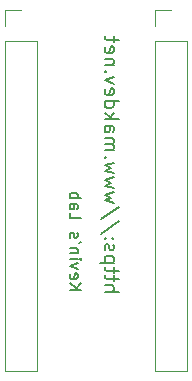
<source format=gbo>
G04 #@! TF.GenerationSoftware,KiCad,Pcbnew,(6.0.7)*
G04 #@! TF.CreationDate,2023-04-10T20:46:38+08:00*
G04 #@! TF.ProjectId,switchNMos1,73776974-6368-44e4-9d6f-73312e6b6963,rev?*
G04 #@! TF.SameCoordinates,Original*
G04 #@! TF.FileFunction,Legend,Bot*
G04 #@! TF.FilePolarity,Positive*
%FSLAX46Y46*%
G04 Gerber Fmt 4.6, Leading zero omitted, Abs format (unit mm)*
G04 Created by KiCad (PCBNEW (6.0.7)) date 2023-04-10 20:46:38*
%MOMM*%
%LPD*%
G01*
G04 APERTURE LIST*
%ADD10C,0.150000*%
%ADD11C,0.120000*%
%ADD12R,1.700000X1.700000*%
%ADD13O,1.700000X1.700000*%
G04 APERTURE END LIST*
D10*
X128579619Y-111283238D02*
X129579619Y-111283238D01*
X128579619Y-110711809D02*
X129151047Y-111140380D01*
X129579619Y-110711809D02*
X129008190Y-111283238D01*
X128627238Y-109902285D02*
X128579619Y-109997523D01*
X128579619Y-110188000D01*
X128627238Y-110283238D01*
X128722476Y-110330857D01*
X129103428Y-110330857D01*
X129198666Y-110283238D01*
X129246285Y-110188000D01*
X129246285Y-109997523D01*
X129198666Y-109902285D01*
X129103428Y-109854666D01*
X129008190Y-109854666D01*
X128912952Y-110330857D01*
X129246285Y-109521333D02*
X128579619Y-109283238D01*
X129246285Y-109045142D01*
X128579619Y-108664190D02*
X129246285Y-108664190D01*
X129579619Y-108664190D02*
X129532000Y-108711809D01*
X129484380Y-108664190D01*
X129532000Y-108616571D01*
X129579619Y-108664190D01*
X129484380Y-108664190D01*
X129246285Y-108188000D02*
X128579619Y-108188000D01*
X129151047Y-108188000D02*
X129198666Y-108140380D01*
X129246285Y-108045142D01*
X129246285Y-107902285D01*
X129198666Y-107807047D01*
X129103428Y-107759428D01*
X128579619Y-107759428D01*
X129579619Y-107235619D02*
X129389142Y-107330857D01*
X128627238Y-106854666D02*
X128579619Y-106759428D01*
X128579619Y-106568952D01*
X128627238Y-106473714D01*
X128722476Y-106426095D01*
X128770095Y-106426095D01*
X128865333Y-106473714D01*
X128912952Y-106568952D01*
X128912952Y-106711809D01*
X128960571Y-106807047D01*
X129055809Y-106854666D01*
X129103428Y-106854666D01*
X129198666Y-106807047D01*
X129246285Y-106711809D01*
X129246285Y-106568952D01*
X129198666Y-106473714D01*
X128579619Y-104759428D02*
X128579619Y-105235619D01*
X129579619Y-105235619D01*
X128579619Y-103997523D02*
X129103428Y-103997523D01*
X129198666Y-104045142D01*
X129246285Y-104140380D01*
X129246285Y-104330857D01*
X129198666Y-104426095D01*
X128627238Y-103997523D02*
X128579619Y-104092761D01*
X128579619Y-104330857D01*
X128627238Y-104426095D01*
X128722476Y-104473714D01*
X128817714Y-104473714D01*
X128912952Y-104426095D01*
X128960571Y-104330857D01*
X128960571Y-104092761D01*
X129008190Y-103997523D01*
X128579619Y-103521333D02*
X129579619Y-103521333D01*
X129198666Y-103521333D02*
X129246285Y-103426095D01*
X129246285Y-103235619D01*
X129198666Y-103140380D01*
X129151047Y-103092761D01*
X129055809Y-103045142D01*
X128770095Y-103045142D01*
X128674857Y-103092761D01*
X128627238Y-103140380D01*
X128579619Y-103235619D01*
X128579619Y-103426095D01*
X128627238Y-103521333D01*
X131537142Y-111425285D02*
X132737142Y-111425285D01*
X131537142Y-110911000D02*
X132165714Y-110911000D01*
X132280000Y-110968142D01*
X132337142Y-111082428D01*
X132337142Y-111253857D01*
X132280000Y-111368142D01*
X132222857Y-111425285D01*
X132337142Y-110511000D02*
X132337142Y-110053857D01*
X132737142Y-110339571D02*
X131708571Y-110339571D01*
X131594285Y-110282428D01*
X131537142Y-110168142D01*
X131537142Y-110053857D01*
X132337142Y-109825285D02*
X132337142Y-109368142D01*
X132737142Y-109653857D02*
X131708571Y-109653857D01*
X131594285Y-109596714D01*
X131537142Y-109482428D01*
X131537142Y-109368142D01*
X132337142Y-108968142D02*
X131137142Y-108968142D01*
X132280000Y-108968142D02*
X132337142Y-108853857D01*
X132337142Y-108625285D01*
X132280000Y-108511000D01*
X132222857Y-108453857D01*
X132108571Y-108396714D01*
X131765714Y-108396714D01*
X131651428Y-108453857D01*
X131594285Y-108511000D01*
X131537142Y-108625285D01*
X131537142Y-108853857D01*
X131594285Y-108968142D01*
X131594285Y-107939571D02*
X131537142Y-107825285D01*
X131537142Y-107596714D01*
X131594285Y-107482428D01*
X131708571Y-107425285D01*
X131765714Y-107425285D01*
X131880000Y-107482428D01*
X131937142Y-107596714D01*
X131937142Y-107768142D01*
X131994285Y-107882428D01*
X132108571Y-107939571D01*
X132165714Y-107939571D01*
X132280000Y-107882428D01*
X132337142Y-107768142D01*
X132337142Y-107596714D01*
X132280000Y-107482428D01*
X131651428Y-106911000D02*
X131594285Y-106853857D01*
X131537142Y-106911000D01*
X131594285Y-106968142D01*
X131651428Y-106911000D01*
X131537142Y-106911000D01*
X132280000Y-106911000D02*
X132222857Y-106853857D01*
X132165714Y-106911000D01*
X132222857Y-106968142D01*
X132280000Y-106911000D01*
X132165714Y-106911000D01*
X132794285Y-105482428D02*
X131251428Y-106511000D01*
X132794285Y-104225285D02*
X131251428Y-105253857D01*
X132337142Y-103939571D02*
X131537142Y-103711000D01*
X132108571Y-103482428D01*
X131537142Y-103253857D01*
X132337142Y-103025285D01*
X132337142Y-102682428D02*
X131537142Y-102453857D01*
X132108571Y-102225285D01*
X131537142Y-101996714D01*
X132337142Y-101768142D01*
X132337142Y-101425285D02*
X131537142Y-101196714D01*
X132108571Y-100968142D01*
X131537142Y-100739571D01*
X132337142Y-100511000D01*
X131651428Y-100053857D02*
X131594285Y-99996714D01*
X131537142Y-100053857D01*
X131594285Y-100111000D01*
X131651428Y-100053857D01*
X131537142Y-100053857D01*
X131537142Y-99482428D02*
X132337142Y-99482428D01*
X132222857Y-99482428D02*
X132280000Y-99425285D01*
X132337142Y-99311000D01*
X132337142Y-99139571D01*
X132280000Y-99025285D01*
X132165714Y-98968142D01*
X131537142Y-98968142D01*
X132165714Y-98968142D02*
X132280000Y-98911000D01*
X132337142Y-98796714D01*
X132337142Y-98625285D01*
X132280000Y-98511000D01*
X132165714Y-98453857D01*
X131537142Y-98453857D01*
X131537142Y-97368142D02*
X132165714Y-97368142D01*
X132280000Y-97425285D01*
X132337142Y-97539571D01*
X132337142Y-97768142D01*
X132280000Y-97882428D01*
X131594285Y-97368142D02*
X131537142Y-97482428D01*
X131537142Y-97768142D01*
X131594285Y-97882428D01*
X131708571Y-97939571D01*
X131822857Y-97939571D01*
X131937142Y-97882428D01*
X131994285Y-97768142D01*
X131994285Y-97482428D01*
X132051428Y-97368142D01*
X131537142Y-96796714D02*
X132737142Y-96796714D01*
X131994285Y-96682428D02*
X131537142Y-96339571D01*
X132337142Y-96339571D02*
X131880000Y-96796714D01*
X131537142Y-95311000D02*
X132737142Y-95311000D01*
X131594285Y-95311000D02*
X131537142Y-95425285D01*
X131537142Y-95653857D01*
X131594285Y-95768142D01*
X131651428Y-95825285D01*
X131765714Y-95882428D01*
X132108571Y-95882428D01*
X132222857Y-95825285D01*
X132280000Y-95768142D01*
X132337142Y-95653857D01*
X132337142Y-95425285D01*
X132280000Y-95311000D01*
X131594285Y-94282428D02*
X131537142Y-94396714D01*
X131537142Y-94625285D01*
X131594285Y-94739571D01*
X131708571Y-94796714D01*
X132165714Y-94796714D01*
X132280000Y-94739571D01*
X132337142Y-94625285D01*
X132337142Y-94396714D01*
X132280000Y-94282428D01*
X132165714Y-94225285D01*
X132051428Y-94225285D01*
X131937142Y-94796714D01*
X132337142Y-93825285D02*
X131537142Y-93539571D01*
X132337142Y-93253857D01*
X131651428Y-92796714D02*
X131594285Y-92739571D01*
X131537142Y-92796714D01*
X131594285Y-92853857D01*
X131651428Y-92796714D01*
X131537142Y-92796714D01*
X132337142Y-92225285D02*
X131537142Y-92225285D01*
X132222857Y-92225285D02*
X132280000Y-92168142D01*
X132337142Y-92053857D01*
X132337142Y-91882428D01*
X132280000Y-91768142D01*
X132165714Y-91711000D01*
X131537142Y-91711000D01*
X131594285Y-90682428D02*
X131537142Y-90796714D01*
X131537142Y-91025285D01*
X131594285Y-91139571D01*
X131708571Y-91196714D01*
X132165714Y-91196714D01*
X132280000Y-91139571D01*
X132337142Y-91025285D01*
X132337142Y-90796714D01*
X132280000Y-90682428D01*
X132165714Y-90625285D01*
X132051428Y-90625285D01*
X131937142Y-91196714D01*
X132337142Y-90282428D02*
X132337142Y-89825285D01*
X132737142Y-90111000D02*
X131708571Y-90111000D01*
X131594285Y-90053857D01*
X131537142Y-89939571D01*
X131537142Y-89825285D01*
D11*
X138490000Y-90170000D02*
X138490000Y-118170000D01*
X135830000Y-90170000D02*
X135830000Y-118170000D01*
X138490000Y-118170000D02*
X135830000Y-118170000D01*
X137160000Y-87570000D02*
X135830000Y-87570000D01*
X138490000Y-90170000D02*
X135830000Y-90170000D01*
X135830000Y-87570000D02*
X135830000Y-88900000D01*
X125790000Y-90170000D02*
X125790000Y-118170000D01*
X124460000Y-87570000D02*
X123130000Y-87570000D01*
X125790000Y-118170000D02*
X123130000Y-118170000D01*
X125790000Y-90170000D02*
X123130000Y-90170000D01*
X123130000Y-87570000D02*
X123130000Y-88900000D01*
X123130000Y-90170000D02*
X123130000Y-118170000D01*
%LPC*%
D12*
X137160000Y-88900000D03*
D13*
X137160000Y-91440000D03*
X137160000Y-93980000D03*
X137160000Y-96520000D03*
X137160000Y-99060000D03*
X137160000Y-101600000D03*
X137160000Y-104140000D03*
X137160000Y-106680000D03*
X137160000Y-109220000D03*
X137160000Y-111760000D03*
X137160000Y-114300000D03*
X137160000Y-116840000D03*
D12*
X124460000Y-88900000D03*
D13*
X124460000Y-91440000D03*
X124460000Y-93980000D03*
X124460000Y-96520000D03*
X124460000Y-99060000D03*
X124460000Y-101600000D03*
X124460000Y-104140000D03*
X124460000Y-106680000D03*
X124460000Y-109220000D03*
X124460000Y-111760000D03*
X124460000Y-114300000D03*
X124460000Y-116840000D03*
M02*

</source>
